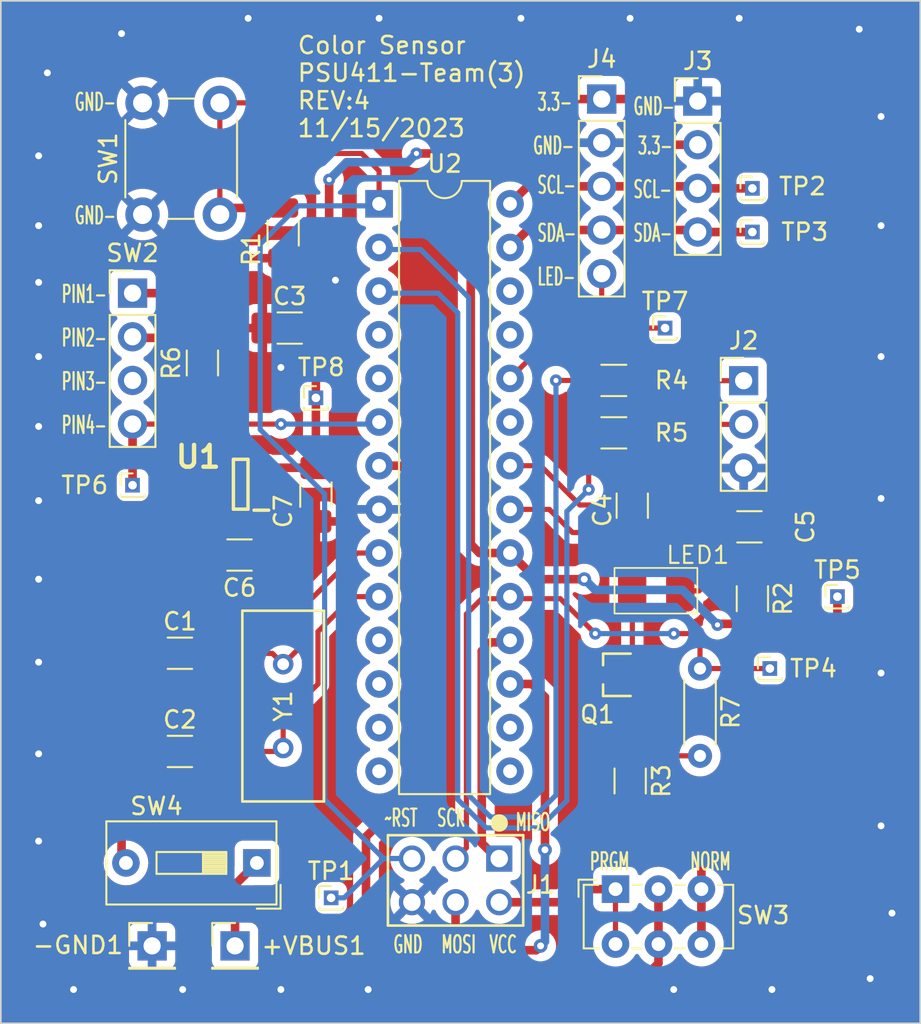
<source format=kicad_pcb>
(kicad_pcb (version 20221018) (generator pcbnew)
  (title_block (title "Color Sensor (Team 3)") (date "2023-11-15") (rev "4"))
  (layers (0 "F.Cu" signal) (31 "B.Cu" signal) (34 "B.Paste" user) (35 "F.Paste" user) (36 "B.SilkS" user "B.Silkscreen") (37 "F.SilkS" user "F.Silkscreen") (38 "B.Mask" user) (39 "F.Mask" user) (44 "Edge.Cuts" user))
  (net 0 "")
  (net 1 "GND")
  (net 2 "+3.3V")
  (net 3 "Net-(U2-AREF)")
  (net 4 "Net-(J1-MISO)")
  (net 5 "+5V")
  (net 6 "Net-(J1-SCK)")
  (net 7 "Net-(J1-MOSI)")
  (net 8 "Net-(J1-~{RST})")
  (net 9 "Net-(C4-Pad2)")
  (net 10 "Net-(U2-(RXD)PD0)")
  (net 11 "Net-(J2-Pin_1)")
  (net 12 "Net-(U2-(TXD)PD1)")
  (net 13 "Net-(J2-Pin_2)")
  (net 14 "/LED_EN")
  (net 15 "Net-(SW2-A)")
  (net 17 "Net-(R6-Pad2)")
  (net 23 "Net-(Q1-G)")
  (net 24 "Net-(+VBUS1-Pin_1)")
  (net 26 "/SDA-")
  (net 27 "/SDA+")
  (net 28 "Net-(U2-XTAL+)")
  (net 29 "Net-(U2-XTAL-)")
  (net 30 "Net-(LED1-A)")
  (net 31 "Net-(LED1-K)")
  (net 32 "Net-(SW4A-B)")
  (net 33 "VCC")
  (footprint "Connector_PinHeader_1.00mm:PinHeader_1x01_P1.00mm_Vertical" (layer "F.Cu") (at 166.248 94.352)
    (fp_text reference "TP4" (at 2.54 0) (layer "F.SilkS"))
    (fp_text value "TestPoint")
    (pad "1" thru_hole rect (at 0 0) (size 0.85 0.85) (drill 0.5) (layers "*.Cu" "*.Mask") (net 6 "Net-(J1-SCK)"))
  )
  (footprint "Resistor_SMD:R_1206_3216Metric" (layer "F.Cu") (at 157.1695 77.588)
    (fp_text reference "R4" (at 3.3585 0) (layer "F.SilkS"))
    (fp_text value "1k")
    (pad "1" smd roundrect (at -1.4625 0) (size 1.125 1.75) (layers "F.Cu" "F.Paste" "F.Mask") (roundrect_rratio 0.2222222222) (net 10 "Net-(U2-(RXD)PD0)"))
    (pad "2" smd roundrect (at 1.4625 0) (size 1.125 1.75) (layers "F.Cu" "F.Paste" "F.Mask") (roundrect_rratio 0.2222222222) (net 11 "Net-(J2-Pin_1)"))
  )
  (footprint "DMN63D9LW:SOIC_D8LW-13_DIO" (layer "F.Cu") (at 157.3453 94.718001 90)
    (fp_text reference "Q1" (at -2.309999 -1.1353 unlocked) (layer "F.SilkS"))
    (fp_text value "Q_NMOS_GDS")
    (pad "1" smd rect (at -0.649999 0.9017 90) (size 0.4572 1.1176) (layers "F.Cu" "F.Paste" "F.Mask") (net 23 "Net-(Q1-G)"))
    (pad "2" smd rect (at 0.649999 0.9017 90) (size 0.4572 1.1176) (layers "F.Cu" "F.Paste" "F.Mask") (net 31 "Net-(LED1-K)"))
    (pad "3" smd rect (at 0 -0.9017 90) (size 0.4572 1.1176) (layers "F.Cu" "F.Paste" "F.Mask") (net 1 "GND"))
  )
  (footprint "Connector_PinHeader_1.00mm:PinHeader_1x01_P1.00mm_Vertical" (layer "F.Cu") (at 170.18 90.17)
    (fp_text reference "TP5" (at 0 -1.56) (layer "F.SilkS"))
    (fp_text value "TestPoint")
    (pad "1" thru_hole rect (at 0 0) (size 0.85 0.85) (drill 0.5) (layers "*.Cu" "*.Mask") (net 2 "+3.3V"))
  )
  (footprint "Connector_PinHeader_1.00mm:PinHeader_1x01_P1.00mm_Vertical" (layer "F.Cu") (at 129.164 83.684)
    (fp_text reference "TP6" (at -2.784 0) (layer "F.SilkS"))
    (fp_text value "TestPoint")
    (pad "1" thru_hole rect (at 0 0) (size 0.85 0.85) (drill 0.5) (layers "*.Cu" "*.Mask") (net 15 "Net-(SW2-A)"))
  )
  (footprint "Button_Switch_THT:SW_E-Switch_EG1271_SPDT_123" (layer "F.Cu") (at 157.266 107.188)
    (fp_text reference "SW3" (at 8.596 1.524) (layer "F.SilkS"))
    (fp_text value "SW_SPDT")
    (pad "1" thru_hole rect (at 0 0) (size 1.6 1.6) (drill 0.8) (layers "*.Cu" "*.Mask") (net 5 "+5V"))
    (pad "1" thru_hole circle (at 0 3.2) (size 1.6 1.6) (drill 0.8) (layers "*.Cu" "*.Mask") (net 5 "+5V"))
    (pad "2" thru_hole circle (at 2.5 0) (size 1.6 1.6) (drill 0.8) (layers "*.Cu" "*.Mask") (net 33 "VCC"))
    (pad "2" thru_hole circle (at 2.5 3.2) (size 1.6 1.6) (drill 0.8) (layers "*.Cu" "*.Mask") (net 33 "VCC"))
    (pad "3" thru_hole circle (at 5 0) (size 1.6 1.6) (drill 0.8) (layers "*.Cu" "*.Mask") (net 2 "+3.3V"))
    (pad "3" thru_hole circle (at 5 3.2) (size 1.6 1.6) (drill 0.8) (layers "*.Cu" "*.Mask") (net 2 "+3.3V"))
  )
  (footprint "Connector_PinHeader_1.00mm:PinHeader_1x01_P1.00mm_Vertical" (layer "F.Cu") (at 165.232 68.952)
    (fp_text reference "TP3" (at 3.048 0) (layer "F.SilkS"))
    (fp_text value "TestPoint")
    (pad "1" thru_hole rect (at 0 0) (size 0.85 0.85) (drill 0.5) (layers "*.Cu" "*.Mask") (net 27 "/SDA+"))
  )
  (footprint "Resistor_THT:R_Axial_DIN0204_L3.6mm_D1.6mm_P5.08mm_Horizontal" (layer "F.Cu") (at 162.184 99.432 90)
    (fp_text reference "R7" (at 2.54 1.788 90) (layer "F.SilkS"))
    (fp_text value "0 Ohm ")
    (pad "1" thru_hole circle (at 0 0 90) (size 1.4 1.4) (drill 0.7) (layers "*.Cu" "*.Mask") (net 23 "Net-(Q1-G)"))
    (pad "2" thru_hole oval (at 5.08 0 90) (size 1.4 1.4) (drill 0.7) (layers "*.Cu" "*.Mask") (net 6 "Net-(J1-SCK)"))
  )
  (footprint "Connector_PinHeader_2.54mm:PinHeader_1x04_P2.54mm_Vertical" (layer "F.Cu") (at 162.052 61.332)
    (fp_text reference "J3" (at 0 -2.33) (layer "F.SilkS"))
    (fp_text value "Conn_01x04")
    (pad "1" thru_hole rect (at 0 0) (size 1.7 1.7) (drill 1) (layers "*.Cu" "*.Mask") (net 1 "GND"))
    (pad "2" thru_hole oval (at 0 2.54) (size 1.7 1.7) (drill 1) (layers "*.Cu" "*.Mask") (net 2 "+3.3V"))
    (pad "3" thru_hole oval (at 0 5.08) (size 1.7 1.7) (drill 1) (layers "*.Cu" "*.Mask") (net 26 "/SDA-"))
    (pad "4" thru_hole oval (at 0 7.62) (size 1.7 1.7) (drill 1) (layers "*.Cu" "*.Mask") (net 27 "/SDA+"))
  )
  (footprint "Connector_PinHeader_2.54mm:PinHeader_1x05_P2.54mm_Vertical" (layer "F.Cu") (at 156.464 61.214)
    (fp_text reference "J4" (at 0 -2.33) (layer "F.SilkS"))
    (fp_text value "Conn_01x05_Pin")
    (pad "1" thru_hole rect (at 0 0) (size 1.7 1.7) (drill 1) (layers "*.Cu" "*.Mask") (net 2 "+3.3V"))
    (pad "2" thru_hole oval (at 0 2.54) (size 1.7 1.7) (drill 1) (layers "*.Cu" "*.Mask") (net 1 "GND"))
    (pad "3" thru_hole oval (at 0 5.08) (size 1.7 1.7) (drill 1) (layers "*.Cu" "*.Mask") (net 26 "/SDA-"))
    (pad "4" thru_hole oval (at 0 7.62) (size 1.7 1.7) (drill 1) (layers "*.Cu" "*.Mask") (net 27 "/SDA+"))
    (pad "5" thru_hole oval (at 0 10.16) (size 1.7 1.7) (drill 1) (layers "*.Cu" "*.Mask") (net 14 "/LED_EN"))
  )
  (footprint "Capacitor_SMD:C_1206_3216Metric_Pad1.33x1.80mm_HandSolder" (layer "F.Cu") (at 135.387 87.748)
    (fp_text reference "C6" (at 0 1.905) (layer "F.SilkS"))
    (fp_text value "1uF")
    (pad "1" smd roundrect (at -1.5625 0) (size 1.325 1.8) (layers "F.Cu" "F.Paste" "F.Mask") (roundrect_rratio 0.1886792453) (net 32 "Net-(SW4A-B)"))
    (pad "2" smd roundrect (at 1.5625 0) (size 1.325 1.8) (layers "F.Cu" "F.Paste" "F.Mask") (roundrect_rratio 0.1886792453) (net 1 "GND"))
  )
  (footprint "Resistor_SMD:R_1206_3216Metric" (layer "F.Cu") (at 157.1695 80.636)
    (fp_text reference "R5" (at 3.3585 0) (layer "F.SilkS"))
    (fp_text value "1k")
    (pad "1" smd roundrect (at -1.4625 0) (size 1.125 1.75) (layers "F.Cu" "F.Paste" "F.Mask") (roundrect_rratio 0.2222222222) (net 12 "Net-(U2-(TXD)PD1)"))
    (pad "2" smd roundrect (at 1.4625 0) (size 1.125 1.75) (layers "F.Cu" "F.Paste" "F.Mask") (roundrect_rratio 0.2222222222) (net 13 "Net-(J2-Pin_2)"))
  )
  (footprint "Resistor_SMD:R_1206_3216Metric" (layer "F.Cu") (at 165.232 90.288 90)
    (fp_text reference "R2" (at 0 1.788 90) (layer "F.SilkS"))
    (fp_text value "1k")
    (pad "1" smd roundrect (at -1.4625 0 90) (size 1.125 1.75) (layers "F.Cu" "F.Paste" "F.Mask") (roundrect_rratio 0.2222222222) (net 2 "+3.3V"))
    (pad "2" smd roundrect (at 1.4625 0 90) (size 1.125 1.75) (layers "F.Cu" "F.Paste" "F.Mask") (roundrect_rratio 0.2222222222) (net 30 "Net-(LED1-A)"))
  )
  (footprint "Connector_PinHeader_1.00mm:PinHeader_1x01_P1.00mm_Vertical" (layer "F.Cu") (at 165.232 66.412)
    (fp_text reference "TP2" (at 2.916 -0.118) (layer "F.SilkS"))
    (fp_text value "TestPoint")
    (pad "1" thru_hole rect (at 0 0) (size 0.85 0.85) (drill 0.5) (layers "*.Cu" "*.Mask") (net 26 "/SDA-"))
  )
  (footprint "LED_SMD:LTST-B680" (layer "F.Cu") (at 159.517 89.78)
    (fp_text reference "LED1" (at 2.535 -2.032 unlocked) (layer "F.SilkS") (effects (font (thickness 0.127))))
    (fp_text value "Blue LED (100mA Max)")
    (pad "1" smd roundrect (at -1.2806 0.0508) (size 1.65 2.41) (layers "F.Cu" "F.Paste" "F.Mask") (roundrect_rratio 0.2173909091) (net 31 "Net-(LED1-K)"))
    (pad "2" smd roundrect (at 1.5194 0.0508) (size 1.65 2.41) (layers "F.Cu" "F.Paste" "F.Mask") (roundrect_rratio 0.2173909091) (net 30 "Net-(LED1-A)"))
  )
  (footprint "footprints:ATS08A-E_CTS" (layer "F.Cu") (at 137.927 98.978001 90)
    (fp_text reference "Y1" (at 2.44 0 90 unlocked) (layer "F.SilkS"))
    (fp_text value "8 MHz ")
    (pad "1" thru_hole circle (at 0 0 90) (size 1.1938 1.1938) (drill 0.6858) (layers "*.Cu" "*.Mask") (net 29 "Net-(U2-XTAL-)"))
    (pad "2" thru_hole circle (at 4.880001 0 90) (size 1.1938 1.1938) (drill 0.6858) (layers "*.Cu" "*.Mask") (net 28 "Net-(U2-XTAL+)"))
  )
  (footprint "Connector_PinHeader_2.54mm:PinHeader_1x04_P2.54mm_Vertical" (layer "F.Cu") (at 129.164 72.508)
    (fp_text reference "SW2" (at 0 -2.33) (layer "F.SilkS"))
    (fp_text value "SW_MEC_5E")
    (pad "1" thru_hole rect (at 0 0) (size 1.7 1.7) (drill 1) (layers "*.Cu" "*.Mask") (net 2 "+3.3V"))
    (pad "2" thru_hole oval (at 0 2.54) (size 1.7 1.7) (drill 1) (layers "*.Cu" "*.Mask") (net 17 "Net-(R6-Pad2)"))
    (pad "3" thru_hole oval (at 0 5.08) (size 1.7 1.7) (drill 1) (layers "*.Cu" "*.Mask"))
    (pad "4" thru_hole oval (at 0 7.62) (size 1.7 1.7) (drill 1) (layers "*.Cu" "*.Mask") (net 15 "Net-(SW2-A)"))
  )
  (footprint "SamacSys_Parts:SOT96P240X120-3N" (layer "F.Cu") (at 135.457 83.628 180)
    (fp_text reference "U1" (at 2.473 1.595) (layer "F.SilkS") (effects (font (size 1.27 1.27) (thickness 0.254))))
    (fp_text value "~" hide)
    (pad "1" smd rect (at -1.2 -0.96 270) (size 0.6 0.85) (layers "F.Cu" "F.Paste" "F.Mask") (net 1 "GND"))
    (pad "2" smd rect (at -1.2 0.96 270) (size 0.6 0.85) (layers "F.Cu" "F.Paste" "F.Mask") (net 2 "+3.3V"))
    (pad "3" smd rect (at 1.2 0 270) (size 0.6 0.85) (layers "F.Cu" "F.Paste" "F.Mask") (net 32 "Net-(SW4A-B)"))
  )
  (footprint "Button_Switch_THT:SW_PUSH_6mm" (layer "F.Cu") (at 129.744 67.936 90)
    (fp_text reference "SW1" (at 3.25 -2 90) (layer "F.SilkS"))
    (fp_text value "SW_SPST")
    (pad "1" thru_hole circle (at 0 0 180) (size 2 2) (drill 1.1) (layers "*.Cu" "*.Mask") (net 1 "GND"))
    (pad "1" thru_hole circle (at 6.5 0 180) (size 2 2) (drill 1.1) (layers "*.Cu" "*.Mask") (net 1 "GND"))
    (pad "2" thru_hole circle (at 0 4.5 180) (size 2 2) (drill 1.1) (layers "*.Cu" "*.Mask") (net 8 "Net-(J1-~{RST})"))
    (pad "2" thru_hole circle (at 6.5 4.5 180) (size 2 2) (drill 1.1) (layers "*.Cu" "*.Mask") (net 8 "Net-(J1-~{RST})"))
  )
  (footprint "Connector_PinHeader_1.00mm:PinHeader_1x01_P1.00mm_Vertical" (layer "F.Cu") (at 139.832 78.604)
    (fp_text reference "TP8" (at 0.308 -1.784) (layer "F.SilkS"))
    (fp_text value "TestPoint")
    (pad "1" thru_hole rect (at 0 0) (size 0.85 0.85) (drill 0.5) (layers "*.Cu" "*.Mask") (net 2 "+3.3V"))
  )
  (footprint "Capacitor_SMD:C_1206_3216Metric_Pad1.33x1.80mm_HandSolder" (layer "F.Cu") (at 139.832 84.2305 -90)
    (fp_text reference "C7" (at 0.9775 1.905 90) (layer "F.SilkS"))
    (fp_text value "1uF")
    (pad "1" smd roundrect (at -1.5625 0 270) (size 1.325 1.8) (layers "F.Cu" "F.Paste" "F.Mask") (roundrect_rratio 0.1886792453) (net 2 "+3.3V"))
    (pad "2" smd roundrect (at 1.5625 0 270) (size 1.325 1.8) (layers "F.Cu" "F.Paste" "F.Mask") (roundrect_rratio 0.1886792453) (net 1 "GND"))
  )
  (footprint "Connector_PinHeader_2.54mm:PinHeader_1x01_P2.54mm_Vertical" (layer "F.Cu") (at 135.128 110.49)
    (fp_text reference "+VBUS1" (at 4.572 0) (layer "F.SilkS"))
    (fp_text value "Conn_01x01_Pin")
    (pad "1" thru_hole rect (at 0 0) (size 1.7 1.7) (drill 1) (layers "*.Cu" "*.Mask") (net 24 "Net-(+VBUS1-Pin_1)"))
  )
  (footprint "Resistor_SMD:R_1206_3216Metric" (layer "F.Cu") (at 133.228 76.572 90)
    (fp_text reference "R6" (at 0 -1.82 90) (layer "F.SilkS"))
    (fp_text value "10k")
    (pad "1" smd roundrect (at -1.4625 0 90) (size 1.125 1.75) (layers "F.Cu" "F.Paste" "F.Mask") (roundrect_rratio 0.2222222222) (net 1 "GND"))
    (pad "2" smd roundrect (at 1.4625 0 90) (size 1.125 1.75) (layers "F.Cu" "F.Paste" "F.Mask") (roundrect_rratio 0.2222222222) (net 17 "Net-(R6-Pad2)"))
  )
  (footprint "Connector_PinHeader_1.00mm:PinHeader_1x01_P1.00mm_Vertical" (layer "F.Cu") (at 160.152 74.54)
    (fp_text reference "TP7" (at 0 -1.56) (layer "F.SilkS"))
    (fp_text value "TestPoint")
    (pad "1" thru_hole rect (at 0 0) (size 0.85 0.85) (drill 0.5) (layers "*.Cu" "*.Mask") (net 14 "/LED_EN"))
  )
  (footprint "Package_DIP:DIP-28_W7.62mm" (layer "F.Cu") (at 143.51 67.31)
    (fp_text reference "U2" (at 3.81 -2.33) (layer "F.SilkS"))
    (fp_text value "ATmega328P-P")
    (pad "1" thru_hole rect (at 0 0) (size 1.6 1.6) (drill 0.8) (layers "*.Cu" "*.Mask") (net 8 "Net-(J1-~{RST})"))
    (pad "2" thru_hole oval (at 0 2.54) (size 1.6 1.6) (drill 0.8) (layers "*.Cu" "*.Mask") (net 10 "Net-(U2-(RXD)PD0)"))
    (pad "3" thru_hole oval (at 0 5.08) (size 1.6 1.6) (drill 0.8) (layers "*.Cu" "*.Mask") (net 12 "Net-(U2-(TXD)PD1)"))
    (pad "4" thru_hole oval (at 0 7.62) (size 1.6 1.6) (drill 0.8) (layers "*.Cu" "*.Mask"))
    (pad "5" thru_hole oval (at 0 10.16) (size 1.6 1.6) (drill 0.8) (layers "*.Cu" "*.Mask"))
    (pad "6" thru_hole oval (at 0 12.7) (size 1.6 1.6) (drill 0.8) (layers "*.Cu" "*.Mask") (net 15 "Net-(SW2-A)"))
    (pad "7" thru_hole oval (at 0 15.24) (size 1.6 1.6) (drill 0.8) (layers "*.Cu" "*.Mask") (net 33 "VCC"))
    (pad "8" thru_hole oval (at 0 17.78) (size 1.6 1.6) (drill 0.8) (layers "*.Cu" "*.Mask") (net 1 "GND"))
    (pad "9" thru_hole oval (at 0 20.32) (size 1.6 1.6) (drill 0.8) (layers "*.Cu" "*.Mask") (net 28 "Net-(U2-XTAL+)"))
    (pad "10" thru_hole oval (at 0 22.86) (size 1.6 1.6) (drill 0.8) (layers "*.Cu" "*.Mask") (net 29 "Net-(U2-XTAL-)"))
    (pad "11" thru_hole oval (at 0 25.4) (size 1.6 1.6) (drill 0.8) (layers "*.Cu" "*.Mask"))
    (pad "12" thru_hole oval (at 0 27.94) (size 1.6 1.6) (drill 0.8) (layers "*.Cu" "*.Mask"))
    (pad "13" thru_hole oval (at 0 30.48) (size 1.6 1.6) (drill 0.8) (layers "*.Cu" "*.Mask"))
    (pad "14" thru_hole oval (at 0 33.02) (size 1.6 1.6) (drill 0.8) (layers "*.Cu" "*.Mask"))
    (pad "15" thru_hole oval (at 7.62 33.02) (size 1.6 1.6) (drill 0.8) (layers "*.Cu" "*.Mask"))
    (pad "16" thru_hole oval (at 7.62 30.48) (size 1.6 1.6) (drill 0.8) (layers "*.Cu" "*.Mask"))
    (pad "17" thru_hole oval (at 7.62 27.94) (size 1.6 1.6) (drill 0.8) (layers "*.Cu" "*.Mask") (net 7 "Net-(J1-MOSI)"))
    (pad "18" thru_hole oval (at 7.62 25.4) (size 1.6 1.6) (drill 0.8) (layers "*.Cu" "*.Mask") (net 4 "Net-(J1-MISO)"))
    (pad "19" thru_hole oval (at 7.62 22.86) (size 1.6 1.6) (drill 0.8) (layers "*.Cu" "*.Mask") (net 6 "Net-(J1-SCK)"))
    (pad "20" thru_hole oval (at 7.62 20.32) (size 1.6 1.6) (drill 0.8) (layers "*.Cu" "*.Mask") (net 2 "+3.3V"))
    (pad "21" thru_hole oval (at 7.62 17.78) (size 1.6 1.6) (drill 0.8) (layers "*.Cu" "*.Mask") (net 3 "Net-(U2-AREF)"))
    (pad "22" thru_hole oval (at 7.62 15.24) (size 1.6 1.6) (drill 0.8) (layers "*.Cu" "*.Mask") (net 9 "Net-(C4-Pad2)"))
    (pad "23" thru_hole oval (at 7.62 12.7) (size 1.6 1.6) (drill 0.8) (layers "*.Cu" "*.Mask"))
    (pad "24" thru_hole oval (at 7.62 10.16) (size 1.6 1.6) (drill 0.8) (layers "*.Cu" "*.Mask") (net 14 "/LED_EN"))
    (pad "25" thru_hole oval (at 7.62 7.62) (size 1.6 1.6) (drill 0.8) (layers "*.Cu" "*.Mask"))
    (pad "26" thru_hole oval (at 7.62 5.08) (size 1.6 1.6) (drill 0.8) (layers "*.Cu" "*.Mask"))
    (pad "27" thru_hole oval (at 7.62 2.54) (size 1.6 1.6) (drill 0.8) (layers "*.Cu" "*.Mask") (net 27 "/SDA+"))
    (pad "28" thru_hole oval (at 7.62 0) (size 1.6 1.6) (drill 0.8) (layers "*.Cu" "*.Mask") (net 26 "/SDA-"))
  )
  (footprint "Capacitor_SMD:C_1206_3216Metric_Pad1.33x1.80mm_HandSolder" (layer "F.Cu") (at 131.9195 99.178)
    (fp_text reference "C2" (at 0 -1.85) (layer "F.SilkS"))
    (fp_text value "30p")
    (pad "1" smd roundrect (at -1.5625 0) (size 1.325 1.8) (layers "F.Cu" "F.Paste" "F.Mask") (roundrect_rratio 0.1886792453) (net 1 "GND"))
    (pad "2" smd roundrect (at 1.5625 0) (size 1.325 1.8) (layers "F.Cu" "F.Paste" "F.Mask") (roundrect_rratio 0.1886792453) (net 29 "Net-(U2-XTAL-)"))
  )
  (footprint "Capacitor_SMD:C_1206_3216Metric_Pad1.33x1.80mm_HandSolder" (layer "F.Cu") (at 131.9195 93.463)
    (fp_text reference "C1" (at 0 -1.85) (layer "F.SilkS"))
    (fp_text value "30p")
    (pad "1" smd roundrect (at -1.5625 0) (size 1.325 1.8) (layers "F.Cu" "F.Paste" "F.Mask") (roundrect_rratio 0.1886792453) (net 1 "GND"))
    (pad "2" smd roundrect (at 1.5625 0) (size 1.325 1.8) (layers "F.Cu" "F.Paste" "F.Mask") (roundrect_rratio 0.1886792453) (net 28 "Net-(U2-XTAL+)"))
  )
  (footprint "PH2_06_UA:CONN_PH2-06-UA_ADM" (layer "F.Cu") (at 150.5 105.41 180)
    (fp_text reference "J1" (at -2.408 -1.524 unlocked) (layer "F.SilkS"))
    (fp_text value "ICSP CONN")
    (pad "1" thru_hole rect (at 0 0 180) (size 1.524 1.524) (drill 1.016) (layers "*.Cu" "*.Mask") (net 4 "Net-(J1-MISO)"))
    (pad "2" thru_hole circle (at 0 -2.54 180) (size 1.524 1.524) (drill 1.016) (layers "*.Cu" "*.Mask") (net 5 "+5V"))
    (pad "3" thru_hole circle (at 2.54 0 180) (size 1.524 1.524) (drill 1.016) (layers "*.Cu" "*.Mask") (net 6 "Net-(J1-SCK)"))
    (pad "4" thru_hole circle (at 2.54 -2.54 180) (size 1.524 1.524) (drill 1.016) (layers "*.Cu" "*.Mask") (net 7 "Net-(J1-MOSI)"))
    (pad "5" thru_hole circle (at 5.08 0 180) (size 1.524 1.524) (drill 1.016) (layers "*.Cu" "*.Mask") (net 8 "Net-(J1-~{RST})"))
    (pad "6" thru_hole circle (at 5.08 -2.54 180) (size 1.524 1.524) (drill 1.016) (layers "*.Cu" "*.Mask") (net 1 "GND"))
  )
  (footprint "Resistor_SMD:R_1206_3216Metric" (layer "F.Cu") (at 137.927 69.0135 90)
    (fp_text reference "R1" (at -0.9365 -1.857 90) (layer "F.SilkS"))
    (fp_text value "10k")
    (pad "1" smd roundrect (at -1.4625 0 90) (size 1.125 1.75) (layers "F.Cu" "F.Paste" "F.Mask") (roundrect_rratio 0.2222222222) (net 2 "+3.3V"))
    (pad "2" smd roundrect (at 1.4625 0 90) (size 1.125 1.75) (layers "F.Cu" "F.Paste" "F.Mask") (roundrect_rratio 0.2222222222) (net 8 "Net-(J1-~{RST})"))
  )
  (footprint "Button_Switch_THT:SW_DIP_SPSTx01_Slide_9.78x4.72mm_W7.62mm_P2.54mm" (layer "F.Cu") (at 136.398 105.664 180)
    (fp_text reference "SW4" (at 5.842 3.302) (layer "F.SilkS"))
    (fp_text value "SW_DPST_x2")
    (pad "1" thru_hole rect (at 0 0 180) (size 1.6 1.6) (drill 0.8) (layers "*.Cu" "*.Mask") (net 24 "Net-(+VBUS1-Pin_1)"))
    (pad "2" thru_hole oval (at 7.62 0 180) (size 1.6 1.6) (drill 0.8) (layers "*.Cu" "*.Mask") (net 32 "Net-(SW4A-B)"))
  )
  (footprint "Capacitor_SMD:C_1206_3216Metric_Pad1.33x1.80mm_HandSolder" (layer "F.Cu") (at 165.0615 86.106)
    (fp_text reference "C5" (at 3.2535 0 90) (layer "F.SilkS"))
    (fp_text value "100n")
    (pad "1" smd roundrect (at -1.5625 0) (size 1.325 1.8) (layers "F.Cu" "F.Paste" "F.Mask") (roundrect_rratio 0.1886792453) (net 1 "GND"))
    (pad "2" smd roundrect (at 1.5625 0) (size 1.325 1.8) (layers "F.Cu" "F.Paste" "F.Mask") (roundrect_rratio 0.1886792453) (net 2 "+3.3V"))
  )
  (footprint "Connector_PinHeader_2.54mm:PinHeader_1x03_P2.54mm_Vertical" (layer "F.Cu") (at 164.724 77.603)
    (fp_text reference "J2" (at 0 -2.33) (layer "F.SilkS"))
    (fp_text value "~")
    (pad "1" thru_hole rect (at 0 0) (size 1.7 1.7) (drill 1) (layers "*.Cu" "*.Mask") (net 11 "Net-(J2-Pin_1)"))
    (pad "2" thru_hole oval (at 0 2.54) (size 1.7 1.7) (drill 1) (layers "*.Cu" "*.Mask") (net 13 "Net-(J2-Pin_2)"))
    (pad "3" thru_hole oval (at 0 5.08) (size 1.7 1.7) (drill 1) (layers "*.Cu" "*.Mask") (net 1 "GND"))
  )
  (footprint "Connector_PinHeader_1.00mm:PinHeader_1x01_P1.00mm_Vertical" (layer "F.Cu") (at 140.716 107.696)
    (fp_text reference "TP1" (at 0 -1.56) (layer "F.SilkS"))
    (fp_text value "TestPoint")
    (pad "1" thru_hole rect (at 0 0) (size 0.85 0.85) (drill 0.5) (layers "*.Cu" "*.Mask") (net 8 "Net-(J1-~{RST})"))
  )
  (footprint "Capacitor_SMD:C_1206_3216Metric_Pad1.33x1.80mm_HandSolder" (layer "F.Cu") (at 138.308 74.54)
    (fp_text reference "C3" (at 0 -1.85) (layer "F.SilkS"))
    (fp_text value "100n")
    (pad "1" smd roundrect (at -1.5625 0) (size 1.325 1.8) (layers "F.Cu" "F.Paste" "F.Mask") (roundrect_rratio 0.1886792453) (net 1 "GND"))
    (pad "2" smd roundrect (at 1.5625 0) (size 1.325 1.8) (layers "F.Cu" "F.Paste" "F.Mask") (roundrect_rratio 0.1886792453) (net 2 "+3.3V"))
  )
  (footprint "Connector_PinHeader_2.54mm:PinHeader_1x01_P2.54mm_Vertical" (layer "F.Cu") (at 130.302 110.49)
    (fp_text reference "-GND1" (at -4.318 -0.04) (layer "F.SilkS"))
    (fp_text value "Conn_01x01_Pin")
    (pad "1" thru_hole rect (at 0 0) (size 1.7 1.7) (drill 1) (layers "*.Cu" "*.Mask") (net 1 "GND"))
  )
  (footprint "Capacitor_SMD:C_1206_3216Metric_Pad1.33x1.80mm_HandSolder" (layer "F.Cu") (at 158.242 84.8745 90)
    (fp_text reference "C4" (at -0.2655 -1.742 90) (layer "F.SilkS"))
    (fp_text value "100n")
    (pad "1" smd roundrect (at -1.5625 0 90) (size 1.325 1.8) (layers "F.Cu" "F.Paste" "F.Mask") (roundrect_rratio 0.1886792453) (net 3 "Net-(U2-AREF)"))
    (pad "2" smd roundrect (at 1.5625 0 90) (size 1.325 1.8) (layers "F.Cu" "F.Paste" "F.Mask") (roundrect_rratio 0.1886792453) (net 9 "Net-(C4-Pad2)"))
  )
  (footprint "Resistor_SMD:R_1206_3216Metric" (layer "F.Cu") (at 158.12 100.8945 -90)
    (fp_text reference "R3" (at 0 -1.82 90) (layer "F.SilkS"))
    (fp_text value "10k")
    (pad "1" smd roundrect (at -1.4625 0 270) (size 1.125 1.75) (layers "F.Cu" "F.Paste" "F.Mask") (roundrect_rratio 0.2222222222) (net 23 "Net-(Q1-G)"))
    (pad "2" smd roundrect (at 1.4625 0 270) (size 1.125 1.75) (layers "F.Cu" "F.Paste" "F.Mask") (roundrect_rratio 0.2222222222) (net 1 "GND"))
  )
  (gr_rect (start 121.5 55.5) (end 175 115) (stroke (width 0.1)) (fill none) (layer "Edge.Cuts"))
  (gr_text "SCK" (at 146.812 103.632) (layer "F.SilkS") (effects (font (size 1 0.55) (thickness 0.127) bold) (justify left bottom)))
  (gr_text "NORM" (at 161.544 106.172) (layer "F.SilkS") (effects (font (size 1 0.55) (thickness 0.127) bold) (justify left bottom)))
  (gr_text "SDA-" (at 152.654 69.596) (layer "F.SilkS") (effects (font (size 1 0.55) (thickness 0.127) bold) (justify left bottom)))
  (gr_text "SCL-" (at 158.242 67.056) (layer "F.SilkS") (effects (font (size 1 0.55) (thickness 0.127) bold) (justify left bottom)))
  (gr_text "GND-" (at 125.73 61.976) (layer "F.SilkS") (effects (font (size 1 0.55) (thickness 0.127) bold) (justify left bottom)))
  (gr_text "Color Sensor\nPSU411-Team(3)\nREV:4\n11/15/2023" (at 138.684 63.5) (layer "F.SilkS") (effects (font (size 1 1)) (justify left bottom)))
  (gr_text "PIN2-" (at 124.968 75.692) (layer "F.SilkS") (effects (font (size 1 0.55) (thickness 0.127) bold) (justify left bottom)))
  (gr_text "3.3-" (at 158.496 64.516) (layer "F.SilkS") (effects (font (size 1 0.55) (thickness 0.127) bold) (justify left bottom)))
  (gr_text "LED-" (at 152.654 72.136) (layer "F.SilkS") (effects (font (size 1 0.55) (thickness 0.127) bold) (justify left bottom)))
  (gr_text "~RST" (at 143.764 103.632) (layer "F.SilkS") (effects (font (size 1 0.55) (thickness 0.127) bold) (justify left bottom)))
  (gr_text "PIN4-" (at 124.968 80.772) (layer "F.SilkS") (effects (font (size 1 0.55) (thickness 0.127) bold) (justify left bottom)))
  (gr_text "GND" (at 144.272 110.998) (layer "F.SilkS") (effects (font (size 1 0.55) (thickness 0.127) bold) (justify left bottom)))
  (gr_text "GND-" (at 152.4 64.516) (layer "F.SilkS") (effects (font (size 1 0.55) (thickness 0.127) bold) (justify left bottom)))
  (gr_text "PIN3-" (at 124.968 78.232) (layer "F.SilkS") (effects (font (size 1 0.55) (thickness 0.127) bold) (justify left bottom)))
  (gr_text "PRGM" (at 155.702 106.172) (layer "F.SilkS") (effects (font (size 1 0.55) (thickness 0.127) bold) (justify left bottom)))
  (gr_text "GND-" (at 158.242 62.23) (layer "F.SilkS") (effects (font (size 1 0.55) (thickness 0.127) bold) (justify left bottom)))
  (gr_text "GND-" (at 125.73 68.58) (layer "F.SilkS") (effects (font (size 1 0.55) (thickness 0.127) bold) (justify left bottom)))
  (gr_text "MISO" (at 151.384 103.886) (layer "F.SilkS") (effects (font (size 1 0.55) (thickness 0.127) bold) (justify left bottom)))
  (gr_text "3.3-" (at 152.654 61.976) (layer "F.SilkS") (effects (font (size 1 0.55) (thickness 0.127) bold) (justify left bottom)))
  (gr_text "PIN1-" (at 124.968 73.152) (layer "F.SilkS") (effects (font (size 1 0.55) (thickness 0.127) bold) (justify left bottom)))
  (gr_text "VCC" (at 149.86 110.998) (layer "F.SilkS") (effects (font (size 1 0.55) (thickness 0.127) bold) (justify left bottom)))
  (gr_text "SDA-" (at 158.242 69.596) (layer "F.SilkS") (effects (font (size 1 0.55) (thickness 0.127) bold) (justify left bottom)))
  (gr_text "SCL-" (at 152.654 66.802) (layer "F.SilkS") (effects (font (size 1 0.55) (thickness 0.127) bold) (justify left bottom)))
  (gr_text "MOSI" (at 147.066 110.998) (layer "F.SilkS") (effects (font (size 1 0.55) (thickness 0.127) bold) (justify left bottom)))
  (via (at 166.37 113.03) (size 0.8) (drill 0.4) (layers "F.Cu" "B.Cu") (net 1))
  (via (at 125.73 113.03) (size 0.8) (drill 0.4) (layers "F.Cu" "B.Cu") (net 1))
  (via (at 140.97 71.755) (size 0.8) (drill 0.4) (layers "F.Cu" "B.Cu") (net 1))
  (via (at 160.655 113.03) (size 0.8) (drill 0.4) (layers "F.Cu" "B.Cu") (net 1))
  (via (at 128.524 57.404) (size 0.8) (drill 0.4) (layers "F.Cu" "B.Cu") (net 1))
  (via (at 123.698 84.582) (size 0.8) (drill 0.4) (layers "F.Cu" "B.Cu") (net 1))
  (via (at 137.795 113.03) (size 0.8) (drill 0.4) (layers "F.Cu" "B.Cu") (net 1))
  (via (at 164.465 56.515) (size 0.8) (drill 0.4) (layers "F.Cu" "B.Cu") (net 1))
  (via (at 172.72 68.58) (size 0.8) (drill 0.4) (layers "F.Cu" "B.Cu") (net 1))
  (via (at 123.952 109.22) (size 0.8) (drill 0.4) (layers "F.Cu" "B.Cu") (net 1))
  (via (at 171.45 57.15) (size 0.8) (drill 0.4) (layers "F.Cu" "B.Cu") (net 1))
  (via (at 123.698 80.264) (size 0.8) (drill 0.4) (layers "F.Cu" "B.Cu") (net 1))
  (via (at 123.698 76.2) (size 0.8) (drill 0.4) (layers "F.Cu" "B.Cu") (net 1))
  (via (at 172.72 76.2) (size 0.8) (drill 0.4) (layers "F.Cu" "B.Cu") (net 1))
  (via (at 124.206 59.69) (size 0.8) (drill 0.4) (layers "F.Cu" "B.Cu") (net 1))
  (via (at 143.51 56.515) (size 0.8) (drill 0.4) (layers "F.Cu" "B.Cu") (net 1))
  (via (at 151.765 56.515) (size 0.8) (drill 0.4) (layers "F.Cu" "B.Cu") (net 1))
  (via (at 135.89 56.515) (size 0.8) (drill 0.4) (layers "F.Cu" "B.Cu") (net 1))
  (via (at 123.698 93.98) (size 0.8) (drill 0.4) (layers "F.Cu" "B.Cu") (net 1))
  (via (at 123.698 99.314) (size 0.8) (drill 0.4) (layers "F.Cu" "B.Cu") (net 1))
  (via (at 172.72 103.505) (size 0.8) (drill 0.4) (layers "F.Cu" "B.Cu") (net 1))
  (via (at 172.085 112.395) (size 0.8) (drill 0.4) (layers "F.Cu" "B.Cu") (net 1))
  (via (at 172.72 62.23) (size 0.8) (drill 0.4) (layers "F.Cu" "B.Cu") (net 1))
  (via (at 123.698 104.394) (size 0.8) (drill 0.4) (layers "F.Cu" "B.Cu") (net 1))
  (via (at 172.72 94.615) (size 0.8) (drill 0.4) (layers "F.Cu" "B.Cu") (net 1))
  (via (at 123.698 68.58) (size 0.8) (drill 0.4) (layers "F.Cu" "B.Cu") (net 1))
  (via (at 158.115 56.515) (size 0.8) (drill 0.4) (layers "F.Cu" "B.Cu") (net 1))
  (via (at 123.698 89.154) (size 0.8) (drill 0.4) (layers "F.Cu" "B.Cu") (net 1))
  (via (at 123.698 71.882) (size 0.8) (drill 0.4) (layers "F.Cu" "B.Cu") (net 1))
  (via (at 132.08 113.03) (size 0.8) (drill 0.4) (layers "F.Cu" "B.Cu") (net 1))
  (via (at 142.875 113.03) (size 0.8) (drill 0.4) (layers "F.Cu" "B.Cu") (net 1))
  (via (at 173.355 108.585) (size 0.8) (drill 0.4) (layers "F.Cu" "B.Cu") (net 1))
  (via (at 137.795 76.835) (size 0.8) (drill 0.4) (layers "F.Cu" "B.Cu") (net 1))
  (via (at 123.698 64.516) (size 0.8) (drill 0.4) (layers "F.Cu" "B.Cu") (net 1))
  (via (at 172.72 84.455) (size 0.8) (drill 0.4) (layers "F.Cu" "B.Cu") (net 1))
  (segment (start 166.624 86.36) (end 168.148 87.884) (width 0.5) (layer "F.Cu") (net 2))
  (segment (start 140.604 69.968) (end 140.096 70.476) (width 0.5) (layer "F.Cu") (net 2))
  (segment (start 166.624 86.106) (end 166.624 86.36) (width 0.5) (layer "F.Cu") (net 2))
  (segment (start 165.232 91.7505) (end 163.2615 91.7505) (width 0.5) (layer "F.Cu") (net 2))
  (segment (start 148.844 64.38) (end 146.812 64.38) (width 0.5) (layer "F.Cu") (net 2))
  (segment (start 165.2935 91.812) (end 165.232 91.7505) (width 0.5) (layer "F.Cu") (net 2))
  (segment (start 162.266 104.688) (end 168.91 98.044) (width 0.5) (layer "F.Cu") (net 2))
  (segment (start 145.684 64.38) (end 146.812 64.38) (width 0.5) (layer "F.Cu") (net 2))
  (segment (start 157.988 61.214) (end 160.646 63.872) (width 0.5) (layer "F.Cu") (net 2))
  (segment (start 167.25 91.812) (end 165.2935 91.812) (width 0.5) (layer "F.Cu") (net 2))
  (segment (start 140.604 65.904) (end 140.604 69.968) (width 0.5) (layer "F.Cu") (net 2))
  (segment (start 146.812 64.38) (end 149.488 64.38) (width 0.5) (layer "F.Cu") (net 2))
  (segment (start 170.18 92.202) (end 170.18 90.17) (width 0.5) (layer "F.Cu") (net 2))
  (segment (start 149.352 87.63) (end 148.844 87.122) (width 0.5) (layer "F.Cu") (net 2))
  (segment (start 139.832 75.048) (end 139.8705 75.0095) (width 0.5) (layer "F.Cu") (net 2))
  (segment (start 139.832 82.668) (end 139.832 78.604) (width 0.5) (layer "F.Cu") (net 2))
  (segment (start 139.8705 73.3085) (end 139.8705 74.54) (width 0.5) (layer "F.Cu") (net 2))
  (segment (start 129.164 72.508) (end 132.72 72.508) (width 0.5) (layer "F.Cu") (net 2))
  (segment (start 168.91 93.472) (end 167.894 92.456) (width 0.5) (layer "F.Cu") (net 2))
  (segment (start 168.91 93.472) (end 170.18 92.202) (width 0.5) (layer "F.Cu") (net 2))
  (segment (start 139.832 78.604) (end 139.832 75.048) (width 0.5) (layer "F.Cu") (net 2))
  (segment (start 168.148 87.884) (end 168.148 90.914) (width 0.5) (layer "F.Cu") (net 2))
  (segment (start 162.266 107.188) (end 162.266 104.688) (width 0.5) (layer "F.Cu") (net 2))
  (segment (start 132.72 72.508) (end 134.752 70.476) (width 0.5) (layer "F.Cu") (net 2))
  (segment (start 160.646 63.872) (end 162.052 63.872) (width 0.5) (layer "F.Cu") (net 2))
  (segment (start 152.654 61.214) (end 156.464 61.214) (width 0.5) (layer "F.Cu") (net 2))
  (segment (start 152.654 89.154) (end 151.13 87.63) (width 0.5) (layer "F.Cu") (net 2))
  (segment (start 134.752 70.476) (end 137.927 70.476) (width 0.5) (layer "F.Cu") (net 2))
  (segment (start 168.148 90.914) (end 167.25 91.812) (width 0.5) (layer "F.Cu") (net 2))
  (segment (start 149.488 64.38) (end 152.654 61.214) (width 0.5) (layer "F.Cu") (net 2))
  (segment (start 156.464 61.214) (end 157.988 61.214) (width 0.5) (layer "F.Cu") (net 2))
  (segment (start 137.927 70.476) (end 137.927 71.365) (width 0.5) (layer "F.Cu") (net 2))
  (segment (start 155.448 89.154) (end 152.654 89.154) (width 0.5) (layer "F.Cu") (net 2))
  (segment (start 163.2615 91.7505) (end 163.2 91.812) (width 0.5) (layer "F.Cu") (net 2))
  (segment (start 139.832 82.668) (end 136.657 82.668) (width 0.5) (layer "F.Cu") (net 2))
  (segment (start 137.927 71.365) (end 139.8705 73.3085) (width 0.5) (layer "F.Cu") (net 2))
  (segment (start 151.13 87.63) (end 149.352 87.63) (width 0.5) (layer "F.Cu") (net 2))
  (segment (start 168.91 98.044) (end 168.91 93.472) (width 0.5) (layer "F.Cu") (net 2))
  (segment (start 140.096 70.476) (end 137.927 70.476) (width 0.5) (layer "F.Cu") (net 2))
  (segment (start 148.844 87.122) (end 148.844 64.38) (width 0.5) (layer "F.Cu") (net 2))
  (segment (start 162.266 107.188) (end 162.266 110.388) (width 0.5) (layer "F.Cu") (net 2))
  (segment (start 139.8705 75.0095) (end 139.8705 74.54) (width 0.5) (layer "F.Cu") (net 2))
  (segment (start 167.894 92.456) (end 167.25 91.812) (width 0.5) (layer "F.Cu") (net 2))
  (via (at 155.448 89.154) (size 0.8) (drill 0.4) (layers "F.Cu" "B.Cu") (net 2))
  (via (at 163.2 91.812) (size 0.7) (drill 0.3) (layers "F.Cu" "B.Cu") (net 2))
  (via (at 145.684 64.38) (size 0.7) (drill 0.3) (layers "F.Cu" "B.Cu") (net 2))
  (via (at 140.604 65.904) (size 0.7) (drill 0.3) (layers "F.Cu" "B.Cu") (net 2))
  (segment (start 155.462 89.154) (end 155.448 89.154) (width 0.5) (layer "B.Cu") (net 2))
  (segment (start 156.088 89.78) (end 155.58 89.272) (width 0.5) (layer "B.Cu") (net 2))
  (segment (start 145.684 64.38) (end 145.176 64.888) (width 0.5) (layer "B.Cu") (net 2))
  (segment (start 155.58 89.272) (end 155.462 89.154) (width 0.5) (layer "B.Cu") (net 2))
  (segment (start 141.62 64.888) (end 140.604 65.904) (width 0.5) (layer "B.Cu") (net 2))
  (segment (start 145.176 64.888) (end 141.62 64.888) (width 0.5) (layer "B.Cu") (net 2))
  (segment (start 163.2 91.812) (end 161.168 89.78) (width 0.5) (layer "B.Cu") (net 2))
  (segment (start 161.168 89.78) (end 156.088 89.78) (width 0.5) (layer "B.Cu") (net 2))
  (segment (start 153.416 85.09) (end 151.13 85.09) (width 0.3) (layer "F.Cu") (net 3))
  (segment (start 154.763 86.437) (end 153.416 85.09) (width 0.3) (layer "F.Cu") (net 3))
  (segment (start 158.242 86.437) (end 154.763 86.437) (width 0.3) (layer "F.Cu") (net 3))
  (segment (start 149.484 93.336) (end 149.992 92.828) (width 0.5) (layer "F.Cu") (net 4))
  (segment (start 149.484 104.512) (end 149.484 93.336) (width 0.5) (layer "F.Cu") (net 4))
  (segment (start 150.5 105.41) (end 150.382 105.41) (width 0.5) (layer "F.Cu") (net 4))
  (segment (start 149.992 92.828) (end 151.272 92.828) (width 0.5) (layer "F.Cu") (net 4))
  (segment (start 150.382 105.41) (end 149.484 104.512) (width 0.5) (layer "F.Cu") (net 4))
  (segment (start 157.266 107.188) (end 157.266 110.388) (width 0.3) (layer "F.Cu") (net 5))
  (segment (start 150.5 107.95) (end 154.178 107.95) (width 0.5) (layer "F.Cu") (net 5))
  (segment (start 154.178 107.95) (end 154.94 107.188) (width 0.5) (layer "F.Cu") (net 5))
  (segment (start 154.94 107.188) (end 157.266 107.188) (width 0.5) (layer "F.Cu") (net 5))
  (segment (start 162.184 94.352) (end 166.248 94.352) (width 0.3) (layer "F.Cu") (net 6))
  (segment (start 154.056 90.288) (end 156.088 92.32) (width 0.3) (layer "F.Cu") (net 6))
  (segment (start 148.59 104.78) (end 148.59 91.182) (width 0.3) (layer "F.Cu") (net 6))
  (segment (start 148.59 91.182) (end 149.484 90.288) (width 0.3) (layer "F.Cu") (net 6))
  (segment (start 147.96 105.41) (end 148.59 104.78) (width 0.3) (layer "F.Cu") (net 6))
  (segment (start 162.184 94.352) (end 162.184 92.828) (width 0.3) (layer "F.Cu") (net 6))
  (segment (start 161.676 92.32) (end 160.66 92.32) (width 0.3) (layer "F.Cu") (net 6))
  (segment (start 149.484 90.288) (end 154.056 90.288) (width 0.3) (layer "F.Cu") (net 6))
  (segment (start 162.184 92.828) (end 161.676 92.32) (width 0.3) (layer "F.Cu") (net 6))
  (via (at 156.088 92.32) (size 0.7) (drill 0.3) (layers "F.Cu" "B.Cu") (net 6))
  (via (at 160.66 92.32) (size 0.7) (drill 0.3) (layers "F.Cu" "B.Cu") (net 6))
  (segment (start 160.66 92.32) (end 156.088 92.32) (width 0.3) (layer "B.Cu") (net 6))
  (segment (start 152.654 110.744) (end 152.908 110.49) (width 0.5) (layer "F.Cu") (net 7))
  (segment (start 147.96 107.95) (end 147.96 109.86) (width 0.5) (layer "F.Cu") (net 7))
  (segment (start 153.162 104.902) (end 153.162 96.012) (width 0.5) (layer "F.Cu") (net 7))
  (segment (start 147.96 109.86) (end 148.844 110.744) (width 0.5) (layer "F.Cu") (net 7))
  (segment (start 148.844 110.744) (end 152.654 110.744) (width 0.5) (layer "F.Cu") (net 7))
  (segment (start 153.162 96.012) (end 152.4 95.25) (width 0.5) (layer "F.Cu") (net 7))
  (segment (start 152.4 95.25) (end 151.13 95.25) (width 0.5) (layer "F.Cu") (net 7))
  (via (at 153.162 104.902) (size 0.8) (drill 0.4) (layers "F.Cu" "B.Cu") (net 7))
  (via (at 152.908 110.49) (size 0.8) (drill 0.4) (layers "F.Cu" "B.Cu") (net 7))
  (segment (start 153.162 110.236) (end 153.162 104.902) (width 0.5) (layer "B.Cu") (net 7))
  (segment (start 152.908 110.49) (end 153.162 110.236) (width 0.5) (layer "B.Cu") (net 7))
  (segment (start 134.629 67.551) (end 134.244 67.936) (width 0.5) (layer "F.Cu") (net 8))
  (segment (start 139.324 64.38) (end 142.494 64.38) (width 0.3) (layer "F.Cu") (net 8))
  (segment (start 134.244 61.436) (end 136.38 61.436) (width 0.3) (layer "F.Cu") (net 8))
  (segment (start 137.927 67.551) (end 134.629 67.551) (width 0.5) (layer "F.Cu") (net 8))
  (segment (start 142.494 64.38) (end 143.51 65.396) (width 0.3) (layer "F.Cu") (net 8))
  (segment (start 134.244 61.436) (end 134.244 67.936) (width 0.3) (layer "F.Cu") (net 8))
  (segment (start 136.38 61.436) (end 139.324 64.38) (width 0.3) (layer "F.Cu") (net 8))
  (segment (start 143.51 65.396) (end 143.51 67.31) (width 0.3) (layer "F.Cu") (net 8))
  (segment (start 143.652 67.428) (end 138.816 67.428) (width 0.3) (layer "B.Cu") (net 8))
  (segment (start 140.34 101.979) (end 143.771 105.41) (width 0.3) (layer "B.Cu") (net 8))
  (segment (start 138.816 67.428) (end 136.592 69.652) (width 0.3) (layer "B.Cu") (net 8))
  (segment (start 136.592 80.444) (end 140.34 84.192) (width 0.3) (layer "B.Cu") (net 8))
  (segment (start 140.34 84.192) (end 140.34 101.979) (width 0.3) (layer "B.Cu") (net 8))
  (segment (start 140.716 107.696) (end 141.478 107.696) (width 0.3) (layer "B.Cu") (net 8))
  (segment (start 141.478 107.696) (end 143.764 105.41) (width 0.3) (layer "B.Cu") (net 8))
  (segment (start 143.764 105.41) (end 145.42 105.41) (width 0.3) (layer "B.Cu") (net 8))
  (segment (start 136.592 69.652) (end 136.592 80.444) (width 0.3) (layer "B.Cu") (net 8))
  (segment (start 143.771 105.41) (end 145.42 105.41) (width 0.3) (layer "B.Cu") (net 8))
  (segment (start 155.194 84.836) (end 152.908 82.55) (width 0.3) (layer "F.Cu") (net 9))
  (segment (start 158.242 83.312) (end 157.988 83.312) (width 0.3) (layer "F.Cu") (net 9))
  (segment (start 157.988 83.312) (end 156.464 84.836) (width 0.3) (layer "F.Cu") (net 9))
  (segment (start 152.908 82.55) (end 151.13 82.55) (width 0.3) (layer "F.Cu") (net 9))
  (segment (start 156.464 84.836) (end 155.194 84.836) (width 0.3) (layer "F.Cu") (net 9))
  (segment (start 155.707 77.588) (end 153.802 77.588) (width 0.3) (layer "F.Cu") (net 10))
  (via (at 153.802 77.588) (size 0.7) (drill 0.3) (layers "F.Cu" "B.Cu") (net 10))
  (segment (start 153.802 101.718) (end 152.532 102.988) (width 0.3) (layer "B.Cu") (net 10))
  (segment (start 152.532 102.988) (end 149.992 102.988) (width 0.3) (layer "B.Cu") (net 10))
  (segment (start 148.722 101.718) (end 148.722 72.762) (width 0.3) (layer "B.Cu") (net 10))
  (segment (start 153.802 77.588) (end 153.802 101.718) (width 0.3) (layer "B.Cu") (net 10))
  (segment (start 149.992 102.988) (end 148.722 101.718) (width 0.3) (layer "B.Cu") (net 10))
  (segment (start 148.722 72.762) (end 145.928 69.968) (width 0.3) (layer "B.Cu") (net 10))
  (segment (start 145.928 69.968) (end 143.652 69.968) (width 0.3) (layer "B.Cu") (net 10))
  (segment (start 158.647 77.603) (end 158.632 77.588) (width 0.3) (layer "F.Cu") (net 11))
  (segment (start 164.724 77.603) (end 158.647 77.603) (width 0.3) (layer "F.Cu") (net 11))
  (segment (start 155.707 80.636) (end 155.707 83.938) (width 0.3) (layer "F.Cu") (net 12))
  (via (at 155.707 83.938) (size 0.7) (drill 0.3) (layers "F.Cu" "B.Cu") (net 12))
  (segment (start 154.437 102.0355) (end 152.8495 103.623) (width 0.3) (layer "B.Cu") (net 12))
  (segment (start 154.437 85.208) (end 154.437 102.0355) (width 0.3) (layer "B.Cu") (net 12))
  (segment (start 146.944 72.508) (end 143.652 72.508) (width 0.3) (layer "B.Cu") (net 12))
  (segment (start 152.8495 103.623) (end 149.738 103.623) (width 0.3) (layer "B.Cu") (net 12))
  (segment (start 148.087 73.651) (end 146.944 72.508) (width 0.3) (layer "B.Cu") (net 12))
  (segment (start 149.738 103.623) (end 148.087 101.972) (width 0.3) (layer "B.Cu") (net 12))
  (segment (start 148.087 101.972) (end 148.087 73.651) (width 0.3) (layer "B.Cu") (net 12))
  (segment (start 155.707 83.938) (end 154.437 85.208) (width 0.3) (layer "B.Cu") (net 12))
  (segment (start 164.724 80.143) (end 161.676 80.143) (width 0.3) (layer "F.Cu") (net 13))
  (segment (start 161.183 80.636) (end 158.632 80.636) (width 0.3) (layer "F.Cu") (net 13))
  (segment (start 161.676 80.143) (end 161.183 80.636) (width 0.3) (layer "F.Cu") (net 13))
  (segment (start 155.575 73.787) (end 156.328 74.54) (width 0.3) (layer "F.Cu") (net 14))
  (segment (start 156.464 71.374) (end 156.464 72.898) (width 0.3) (layer "F.Cu") (net 14))
  (segment (start 151.13 77.47) (end 152.908 75.692) (width 0.3) (layer "F.Cu") (net 14))
  (segment (start 156.464 72.898) (end 155.575 73.787) (width 0.3) (layer "F.Cu") (net 14))
  (segment (start 153.67 75.692) (end 155.575 73.787) (width 0.3) (layer "F.Cu") (net 14))
  (segment (start 152.908 75.692) (end 153.67 75.692) (width 0.3) (layer "F.Cu") (net 14))
  (segment (start 156.328 74.54) (end 160.152 74.54) (width 0.3) (layer "F.Cu") (net 14))
  (segment (start 134.172 80.128) (end 129.164 80.128) (width 0.3) (layer "F.Cu") (net 15))
  (segment (start 137.8 80.128) (end 134.172 80.128) (width 0.3) (layer "F.Cu") (net 15))
  (segment (start 129.164 83.684) (end 129.164 80.128) (width 0.5) (layer "F.Cu") (net 15))
  (via (at 137.8 80.128) (size 0.7) (drill 0.3) (layers "F.Cu" "B.Cu") (net 15))
  (segment (start 137.8 80.128) (end 143.652 80.128) (width 0.3) (layer "B.Cu") (net 15))
  (segment (start 129.2255 75.1095) (end 129.164 75.048) (width 0.5) (layer "F.Cu") (net 17))
  (segment (start 133.228 75.1095) (end 129.2255 75.1095) (width 0.5) (layer "F.Cu") (net 17))
  (segment (start 158.247 99.305) (end 158.12 99.432) (width 0.3) (layer "F.Cu") (net 23))
  (segment (start 158.247 95.368) (end 158.247 99.305) (width 0.3) (layer "F.Cu") (net 23))
  (segment (start 158.12 99.432) (end 162.184 99.432) (width 0.3) (layer "F.Cu") (net 23))
  (segment (start 135.128 106.934) (end 135.128 110.49) (width 0.5) (layer "F.Cu") (net 24))
  (segment (start 136.398 105.664) (end 135.128 106.934) (width 0.5) (layer "F.Cu") (net 24))
  (segment (start 161.934 66.294) (end 162.052 66.412) (width 0.5) (layer "F.Cu") (net 26))
  (segment (start 152.146 66.294) (end 156.464 66.294) (width 0.5) (layer "F.Cu") (net 26))
  (segment (start 162.052 66.412) (end 165.232 66.412) (width 0.5) (layer "F.Cu") (net 26))
  (segment (start 151.13 67.31) (end 152.146 66.294) (width 0.5) (layer "F.Cu") (net 26))
  (segment (start 156.464 66.294) (end 161.934 66.294) (width 0.5) (layer "F.Cu") (net 26))
  (segment (start 152.146 68.834) (end 156.464 68.834) (width 0.5) (layer "F.Cu") (net 27))
  (segment (start 151.13 69.85) (end 152.146 68.834) (width 0.5) (layer "F.Cu") (net 27))
  (segment (start 162.052 68.952) (end 165.232 68.952) (width 0.5) (layer "F.Cu") (net 27))
  (segment (start 161.934 68.834) (end 162.052 68.952) (width 0.5) (layer "F.Cu") (net 27))
  (segment (start 156.464 68.834) (end 161.934 68.834) (width 0.5) (layer "F.Cu") (net 27))
  (segment (start 133.491 93.472) (end 137.301 93.472) (width 0.3) (layer "F.Cu") (net 28))
  (segment (start 138.938 90.932) (end 142.24 87.63) (width 0.3) (layer "F.Cu") (net 28))
  (segment (start 137.301 93.472) (end 137.927 94.098) (width 0.3) (layer "F.Cu") (net 28))
  (segment (start 138.938 93.087) (end 138.938 90.932) (width 0.3) (layer "F.Cu") (net 28))
  (segment (start 137.927 94.098) (end 138.938 93.087) (width 0.3) (layer "F.Cu") (net 28))
  (segment (start 142.24 87.63) (end 143.51 87.63) (width 0.3) (layer "F.Cu") (net 28))
  (segment (start 133.482 93.463) (end 133.491 93.472) (width 0.3) (layer "F.Cu") (net 28))
  (segment (start 139.954 95.25) (end 139.954 92.202) (width 0.3) (layer "F.Cu") (net 29))
  (segment (start 137.927 97.277) (end 139.954 95.25) (width 0.3) (layer "F.Cu") (net 29))
  (segment (start 137.927 98.978001) (end 137.927 97.277) (width 0.3) (layer "F.Cu") (net 29))
  (segment (start 141.986 90.17) (end 143.51 90.17) (width 0.3) (layer "F.Cu") (net 29))
  (segment (start 133.482 99.178) (end 137.727001 99.178) (width 0.3) (layer "F.Cu") (net 29))
  (segment (start 139.954 92.202) (end 141.986 90.17) (width 0.3) (layer "F.Cu") (net 29))
  (segment (start 137.727001 99.178) (end 137.927 98.978001) (width 0.3) (layer "F.Cu") (net 29))
  (segment (start 163.1385 88.8255) (end 165.232 88.8255) (width 0.3) (layer "F.Cu") (net 30))
  (segment (start 162.1332 89.8308) (end 163.1385 88.8255) (width 0.3) (layer "F.Cu") (net 30))
  (segment (start 161.0364 89.8308) (end 162.1332 89.8308) (width 0.3) (layer "F.Cu") (net 30))
  (segment (start 158.247 89.8414) (end 158.2364 89.8308) (width 0.3) (layer "F.Cu") (net 31))
  (segment (start 158.247 94.068002) (end 158.247 89.8414) (width 0.3) (layer "F.Cu") (net 31))
  (segment (start 133.8245 87.748) (end 133.8245 85.6315) (width 0.5) (layer "F.Cu") (net 32))
  (segment (start 134.257 85.199) (end 134.257 83.628) (width 0.5) (layer "F.Cu") (net 32))
  (segment (start 130.184 87.748) (end 133.8245 87.748) (width 0.5) (layer "F.Cu") (net 32))
  (segment (start 128.524 105.41) (end 128.524 89.408) (width 0.5) (layer "F.Cu") (net 32))
  (segment (start 128.778 105.664) (end 128.524 105.41) (width 0.5) (layer "F.Cu") (net 32))
  (segment (start 128.524 89.408) (end 130.184 87.748) (width 0.5) (layer "F.Cu") (net 32))
  (segment (start 133.8245 85.6315) (end 134.257 85.199) (width 0.5) (layer "F.Cu") (net 32))
  (segment (start 144.78 82.55) (end 146.558 84.328) (width 0.5) (layer "F.Cu") (net 33))
  (segment (start 145.034 112.522) (end 158.75 112.522) (width 0.5) (layer "F.Cu") (net 33))
  (segment (start 159.766 111.506) (end 159.766 110.388) (width 0.5) (layer "F.Cu") (net 33))
  (segment (start 143.51 103.378) (end 142.748 104.14) (width 0.5) (layer "F.Cu") (net 33))
  (segment (start 142.748 104.14) (end 142.748 110.236) (width 0.5) (layer "F.Cu") (net 33))
  (segment (start 146.558 84.328) (end 146.558 102.87) (width 0.5) (layer "F.Cu") (net 33))
  (segment (start 143.51 82.55) (end 144.78 82.55) (width 0.5) (layer "F.Cu") (net 33))
  (segment (start 146.558 102.87) (end 146.05 103.378) (width 0.5) (layer "F.Cu") (net 33))
  (segment (start 158.75 112.522) (end 159.766 111.506) (width 0.5) (layer "F.Cu") (net 33))
  (segment (start 159.766 107.188) (end 159.766 110.388) (width 0.5) (layer "F.Cu") (net 33))
  (segment (start 142.748 110.236) (end 145.034 112.522) (width 0.5) (layer "F.Cu") (net 33))
  (segment (start 146.05 103.378) (end 143.51 103.378) (width 0.5) (layer "F.Cu") (net 33))
  (zone (net 1) (net_name "GND") (layer "F.Cu") (connect_pads (clearance 0.5)) (min_thickness 0.25) (fill yes (thermal_gap 0.5) (thermal_bridge_width 0.5))
    (polygon (pts (xy 121.5 55.5) (xy 121.5 115) (xy 175 115) (xy 175 55.5)))
  )
  (zone (net 1) (net_name "GND") (layer "B.Cu") (priority 1) (connect_pads (clearance 0.5)) (min_thickness 0.25) (fill yes (thermal_gap 0.5) (thermal_bridge_width 0.5))
    (polygon (pts (xy 121.5 55.5) (xy 121.5 115) (xy 175 115) (xy 175 55.5)))
  )
)
</source>
